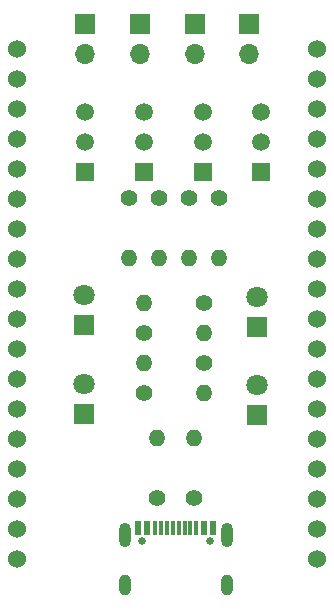
<source format=gbr>
%TF.GenerationSoftware,KiCad,Pcbnew,7.0.11-7.0.11~ubuntu22.04.1*%
%TF.CreationDate,2024-06-13T13:42:09+02:00*%
%TF.ProjectId,ESP-Pump-Interface,4553502d-5075-46d7-902d-496e74657266,rev?*%
%TF.SameCoordinates,Original*%
%TF.FileFunction,Soldermask,Top*%
%TF.FilePolarity,Negative*%
%FSLAX46Y46*%
G04 Gerber Fmt 4.6, Leading zero omitted, Abs format (unit mm)*
G04 Created by KiCad (PCBNEW 7.0.11-7.0.11~ubuntu22.04.1) date 2024-06-13 13:42:09*
%MOMM*%
%LPD*%
G01*
G04 APERTURE LIST*
%ADD10R,1.500000X1.500000*%
%ADD11C,1.500000*%
%ADD12C,1.400000*%
%ADD13O,1.400000X1.400000*%
%ADD14R,1.700000X1.700000*%
%ADD15O,1.700000X1.700000*%
%ADD16C,0.650000*%
%ADD17R,0.300000X1.240000*%
%ADD18R,0.600000X1.240000*%
%ADD19O,1.000000X2.100000*%
%ADD20O,1.000000X1.800000*%
%ADD21R,1.800000X1.800000*%
%ADD22C,1.800000*%
%ADD23C,1.524000*%
G04 APERTURE END LIST*
D10*
%TO.C,Q1*%
X134061200Y-58806600D03*
D11*
X134061200Y-56266600D03*
X134061200Y-53726600D03*
%TD*%
D12*
%TO.C,R9*%
X143281800Y-86360000D03*
D13*
X143281800Y-81280000D03*
%TD*%
D14*
%TO.C,Pump1*%
X134005000Y-46278800D03*
D15*
X134005000Y-48818800D03*
%TD*%
D12*
%TO.C,R8*%
X145415000Y-60960000D03*
D13*
X145415000Y-66040000D03*
%TD*%
D12*
%TO.C,R10*%
X140131800Y-86360000D03*
D13*
X140131800Y-81280000D03*
%TD*%
D16*
%TO.C,J1*%
X138818600Y-90046000D03*
X144598600Y-90046000D03*
D17*
X140458600Y-88926000D03*
X141458600Y-88926000D03*
X141958600Y-88926000D03*
X142958600Y-88926000D03*
D18*
X144108600Y-88926000D03*
X144908600Y-88926000D03*
D17*
X143458600Y-88926000D03*
X142458600Y-88926000D03*
X140958600Y-88926000D03*
X139958600Y-88926000D03*
D18*
X139308600Y-88926000D03*
X138508600Y-88926000D03*
D19*
X137388600Y-89526000D03*
D20*
X137388600Y-93726000D03*
D19*
X146028600Y-89526000D03*
D20*
X146028600Y-93726000D03*
%TD*%
D14*
%TO.C,Pump2*%
X138655000Y-46278800D03*
D15*
X138655000Y-48818800D03*
%TD*%
D12*
%TO.C,R7*%
X144145000Y-69850000D03*
D13*
X139065000Y-69850000D03*
%TD*%
D12*
%TO.C,R2*%
X139065000Y-77470000D03*
D13*
X144145000Y-77470000D03*
%TD*%
D10*
%TO.C,Q2*%
X138988800Y-58806600D03*
D11*
X138988800Y-56266600D03*
X138988800Y-53726600D03*
%TD*%
D14*
%TO.C,Pump4*%
X147955000Y-46278800D03*
D15*
X147955000Y-48818800D03*
%TD*%
D12*
%TO.C,R1*%
X137795000Y-60960000D03*
D13*
X137795000Y-66040000D03*
%TD*%
D21*
%TO.C,D4*%
X148590000Y-71875000D03*
D22*
X148590000Y-69335000D03*
%TD*%
D12*
%TO.C,R6*%
X142875000Y-60960000D03*
D13*
X142875000Y-66040000D03*
%TD*%
D14*
%TO.C,Pump3*%
X143305000Y-46278800D03*
D15*
X143305000Y-48818800D03*
%TD*%
D10*
%TO.C,Q4*%
X148920200Y-58806600D03*
D11*
X148920200Y-56266600D03*
X148920200Y-53726600D03*
%TD*%
D12*
%TO.C,R5*%
X144145000Y-74980000D03*
D13*
X139065000Y-74980000D03*
%TD*%
D21*
%TO.C,D1*%
X133985000Y-79255000D03*
D22*
X133985000Y-76715000D03*
%TD*%
D21*
%TO.C,D3*%
X148590000Y-79375000D03*
D22*
X148590000Y-76835000D03*
%TD*%
D10*
%TO.C,Q3*%
X143992600Y-58806600D03*
D11*
X143992600Y-56266600D03*
X143992600Y-53726600D03*
%TD*%
D21*
%TO.C,D2*%
X133985000Y-71755000D03*
D22*
X133985000Y-69215000D03*
%TD*%
D12*
%TO.C,R3*%
X139065000Y-72390000D03*
D13*
X144145000Y-72390000D03*
%TD*%
D12*
%TO.C,R4*%
X140335000Y-60960000D03*
D13*
X140335000Y-66040000D03*
%TD*%
D23*
%TO.C,U1*%
X128270000Y-48347500D03*
X128270000Y-50887500D03*
X128270000Y-53427500D03*
X128270000Y-55967500D03*
X128270000Y-58507500D03*
X128270000Y-61047500D03*
X128270000Y-63587500D03*
X128270000Y-66127500D03*
X128270000Y-68667500D03*
X128270000Y-71207500D03*
X128270000Y-73747500D03*
X128270000Y-76287500D03*
X128270000Y-78827500D03*
X128270000Y-81367500D03*
X128270000Y-83907500D03*
X128270000Y-86447500D03*
X128270000Y-88987500D03*
X128270000Y-91527500D03*
X153670000Y-91527500D03*
X153670000Y-88987500D03*
X153670000Y-86447500D03*
X153670000Y-83907500D03*
X153670000Y-81367500D03*
X153670000Y-78827500D03*
X153670000Y-76287500D03*
X153670000Y-73747500D03*
X153670000Y-71207500D03*
X153670000Y-68667500D03*
X153670000Y-66127500D03*
X153670000Y-63587500D03*
X153670000Y-61047500D03*
X153670000Y-58507500D03*
X153670000Y-55967500D03*
X153670000Y-53427500D03*
X153670000Y-50887500D03*
X153670000Y-48347500D03*
%TD*%
M02*

</source>
